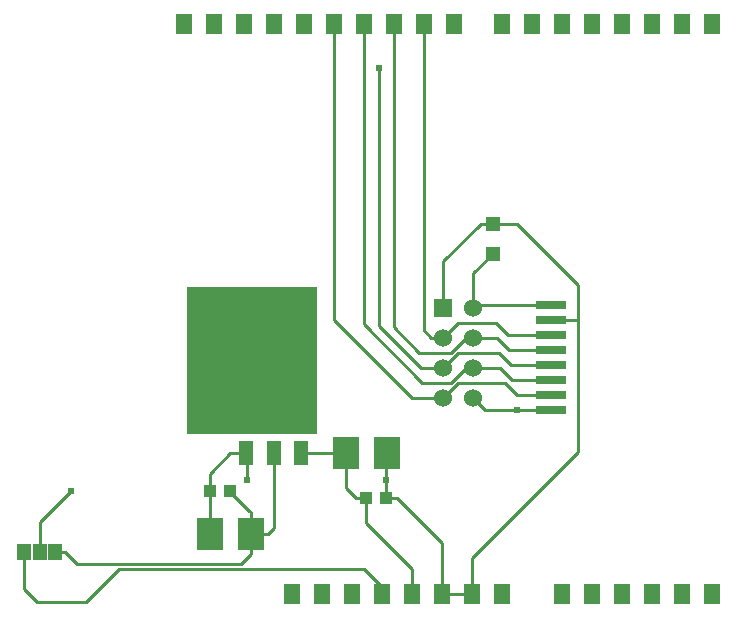
<source format=gtl>
G04 Layer: TopLayer*
G04 EasyEDA v6.2.46, 2019-11-05T08:36:27+02:00*
G04 58835fe1968247bcbae2d138d8cab9b4,88f35c52922c4fbc8d6ac25f651a04fd,10*
G04 Gerber Generator version 0.2*
G04 Scale: 100 percent, Rotated: No, Reflected: No *
G04 Dimensions in millimeters *
G04 leading zeros omitted , absolute positions ,3 integer and 3 decimal *
%FSLAX33Y33*%
%MOMM*%
G90*
G71D02*

%ADD10C,0.254000*%
%ADD11C,0.609600*%
%ADD12R,2.540000X0.762000*%
%ADD13R,3.799992X2.299995*%
%ADD14R,1.199998X1.999996*%
%ADD15R,1.143000X1.422400*%
%ADD16R,2.299995X2.700020*%
%ADD17R,1.099820X1.000760*%
%ADD18R,1.270000X1.270000*%
%ADD19R,1.422400X1.706880*%
%ADD20R,1.524000X1.524000*%
%ADD21C,1.524000*%

%LPD*%
G54D10*
G01X38100Y2540D02*
G01X38100Y4699D01*
G01X34272Y8526D01*
G01X34213Y8559D01*
G01X34213Y10668D01*
G01X52197Y25781D02*
G01X52197Y28702D01*
G01X46990Y33909D01*
G01X43942Y33909D01*
G01X40767Y30734D01*
G01X40767Y26797D01*
G01X36576Y50800D02*
G01X36576Y25146D01*
G01X38735Y22987D01*
G01X41402Y22987D01*
G01X42672Y24257D01*
G01X43307Y24257D01*
G01X40767Y21717D02*
G01X38862Y21717D01*
G01X35306Y25273D01*
G01X35306Y47117D01*
G01X40640Y2540D02*
G01X43180Y2540D01*
G01X31496Y50799D02*
G01X31496Y25781D01*
G01X38100Y19177D01*
G01X40767Y19177D01*
G01X34036Y50800D02*
G01X34036Y25400D01*
G01X38989Y20447D01*
G01X41402Y20447D01*
G01X42672Y21717D01*
G01X43307Y21717D01*
G01X43307Y24257D02*
G01X45339Y24257D01*
G01X46355Y23241D01*
G01X49911Y23241D01*
G01X39116Y50799D02*
G01X39116Y24892D01*
G01X39751Y24257D01*
G01X40767Y24257D01*
G01X49911Y27051D02*
G01X43561Y27051D01*
G01X43307Y26797D01*
G01X49911Y25781D02*
G01X52197Y25781D01*
G01X52197Y14605D01*
G01X43180Y5588D01*
G01X43180Y2540D01*
G01X40767Y24257D02*
G01X42037Y25527D01*
G01X42545Y25527D01*
G01X45212Y25527D01*
G01X46228Y24511D01*
G01X49911Y24511D01*
G01X40767Y21717D02*
G01X42037Y22987D01*
G01X45466Y22987D01*
G01X46482Y21971D01*
G01X49911Y21971D01*
G01X43307Y21717D02*
G01X45593Y21717D01*
G01X46609Y20701D01*
G01X49911Y20701D01*
G01X40767Y19177D02*
G01X42037Y20447D01*
G01X45974Y20447D01*
G01X46990Y19431D01*
G01X49911Y19431D01*
G01X43307Y19177D02*
G01X44323Y18161D01*
G01X49911Y18161D01*
G01X44958Y31369D02*
G01X43307Y29718D01*
G01X43307Y26797D01*
G01X21005Y7620D02*
G01X21005Y11303D01*
G01X24116Y14478D02*
G01X22733Y14478D01*
G01X21082Y12827D01*
G01X21005Y12750D01*
G01X21005Y11303D01*
G01X22682Y11303D02*
G01X22606Y11303D01*
G01X24340Y9568D01*
G01X24460Y9474D01*
G01X24460Y7620D01*
G01X35560Y2540D02*
G01X35560Y3175D01*
G01X34036Y4699D01*
G01X13335Y4699D01*
G01X10541Y1905D01*
G01X6347Y1905D01*
G01X5308Y2948D01*
G01X5308Y6096D01*
G01X28715Y14478D02*
G01X32562Y14478D01*
G01X32562Y14478D02*
G01X32562Y11506D01*
G01X33401Y10668D01*
G01X34213Y10668D01*
G01X26416Y14478D02*
G01X26416Y8128D01*
G01X25908Y7620D01*
G01X24460Y7620D01*
G01X40640Y2540D02*
G01X40640Y6858D01*
G01X36830Y10668D01*
G01X35890Y10668D01*
G01X24460Y7620D02*
G01X24460Y5918D01*
G01X23649Y5107D01*
G01X9751Y5107D01*
G01X8763Y6096D01*
G01X7899Y6096D01*
G01X6604Y6096D02*
G01X6604Y8636D01*
G01X9271Y11303D01*
G01X24115Y14478D02*
G01X24130Y14463D01*
G01X24130Y12192D01*
G01X36017Y14478D02*
G01X35890Y14351D01*
G01X35890Y12242D01*
G01X35941Y12192D01*
G01X35941Y12192D02*
G01X35890Y12141D01*
G01X35890Y10668D01*
G54D12*
G01X49911Y27051D03*
G01X49911Y25781D03*
G01X49911Y24511D03*
G01X49911Y23241D03*
G01X49911Y21971D03*
G01X49911Y20701D03*
G01X49911Y19431D03*
G01X49911Y18161D03*
G54D13*
G01X26416Y20828D03*
G54D14*
G01X26416Y14478D03*
G01X28715Y14478D03*
G01X24116Y14478D03*
G54D15*
G01X5308Y6096D03*
G01X6604Y6096D03*
G01X7899Y6096D03*
G54D16*
G01X32562Y14478D03*
G01X36017Y14478D03*
G01X24460Y7620D03*
G01X21005Y7620D03*
G54D17*
G01X34213Y10668D03*
G01X35890Y10668D03*
G01X22682Y11303D03*
G01X21005Y11303D03*
G54D18*
G01X44958Y31369D03*
G01X44958Y33909D03*

%LPD*%
G36*
G01X30099Y28575D02*
G01X19050Y28575D01*
G01X19050Y16129D01*
G01X30099Y16129D01*
G01X30099Y28575D01*
G37*
G54D19*
G01X41656Y50800D03*
G01X39116Y50799D03*
G01X36576Y50799D03*
G01X34036Y50799D03*
G01X31496Y50799D03*
G01X28956Y50799D03*
G01X26416Y50799D03*
G01X23876Y50799D03*
G01X21336Y50799D03*
G01X18796Y50799D03*
G01X63500Y50799D03*
G01X60960Y50799D03*
G01X58420Y50799D03*
G01X55880Y50800D03*
G01X53340Y50800D03*
G01X50800Y50800D03*
G01X48260Y50800D03*
G01X45720Y50800D03*
G01X50800Y2540D03*
G01X53340Y2540D03*
G01X55880Y2540D03*
G01X58420Y2540D03*
G01X60960Y2540D03*
G01X63500Y2540D03*
G01X27940Y2540D03*
G01X30480Y2540D03*
G01X33020Y2540D03*
G01X35560Y2540D03*
G01X38100Y2540D03*
G01X40640Y2540D03*
G01X43180Y2540D03*
G01X45720Y2540D03*
G54D20*
G01X40767Y26797D03*
G54D21*
G01X43307Y26797D03*
G01X40767Y24257D03*
G01X43307Y24257D03*
G01X40767Y21717D03*
G01X43307Y21717D03*
G01X40767Y19177D03*
G01X43307Y19177D03*
G54D11*
G01X35306Y47117D03*
G01X46990Y18161D03*
G01X9271Y11303D03*
G01X24130Y12192D03*
G01X35941Y12192D03*
M00*
M02*

</source>
